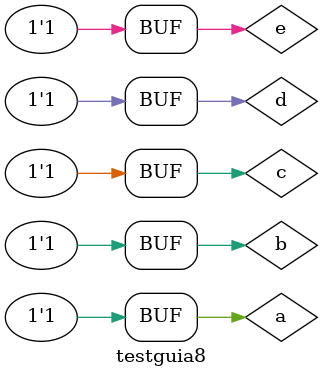
<source format=v>

module metodoreduzirquine ( saida,a,b,c,d,e );

output saida;
input a,b,c,d,e;
wire temp1,temp2,temp3,temp4,temp5,temp6,temp7,temp8,temp9,temp10,temp11;

not NOT1 (temp1,a);
not NOT2 (temp2,c);
not NOT3 (temp3,d);
and AND1 (temp4,temp1,temp2,temp3);
and AND2 (temp5,a,c,temp3);
not NOT5 (temp6,b);
and AND3 (temp7,temp6,e);
and AND4 (temp8,c,e);
not NOT6 (temp9,b);
not NOT7 (temp10,c);
and AND5 (temp11,a,temp9,temp10,d);
or OR1 (saida,temp4,temp5,temp7,temp8,temp11);

endmodule

module testguia8;
reg a,b,c,d,e;
wire saida;

metodoreduzirquine  REDUZIRQUINE ( saida,a,b,c,d,e );

initial begin:start
        a=0; b=0; c=0; d=0; e=0;
end

initial begin: main
#1 $display (" Circuito do exercicio 03-guia8 ");
#1 $display (" a |  b |  c |  d  |  e =  saida ");
  $monitor (" %b  | %b  | %b |  %b |  %b =   %b ",a,b,c,d,e,saida);
           #1 a=0;  b=0;    c=0;   d=0;   e=1;
			  #1 a=0;  b=0;    c=0;   d=1;   e=0;
			  #1 a=0;  b=0;    c=0;   d=1;   e=1;
			  #1 a=0;  b=0;    c=1;   d=0;   e=0;
			  #1 a=0;  b=0;    c=1;   d=0;   e=1;
			  #1 a=0;  b=0;    c=1;   d=1;   e=0;
			  #1 a=0;  b=0;    c=1;   d=1;   e=1;
			  #1 a=0;  b=1;    c=0;   d=0;   e=0;
			  #1 a=0;  b=1;    c=0;   d=0;   e=1;
			  #1 a=0;  b=1;    c=0;   d=1;   e=0;
			  #1 a=0;  b=1;    c=0;   d=1;   e=1;
			  #1 a=0;  b=1;    c=1;   d=0;   e=0;
			  #1 a=0;  b=1;    c=1;   d=0;   e=1;
			  #1 a=0;  b=1;    c=1;   d=1;   e=0;
			  #1 a=0;  b=1;    c=1;   d=1;   e=1;
			  
			  #1 a=1;  b=0;    c=0;   d=0;   e=0;
			  #1 a=1;  b=0;    c=0;   d=0;   e=1;
			  #1 a=1;  b=0;    c=0;   d=1;   e=0;
			  #1 a=1;  b=0;    c=0;   d=1;   e=1;
			  #1 a=1;  b=0;    c=1;   d=0;   e=0;
			  #1 a=1;  b=0;    c=1;   d=0;   e=1;
			  #1 a=1;  b=0;    c=1;   d=1;   e=0;
			  #1 a=1;  b=0;    c=1;   d=1;   e=1;
			  #1 a=1;  b=1;    c=0;   d=0;   e=0;
			  #1 a=1;  b=1;    c=0;   d=0;   e=1;
			  #1 a=1;  b=1;    c=0;   d=1;   e=0;
			  #1 a=1;  b=1;    c=0;   d=1;   e=1;
			  #1 a=1;  b=1;    c=1;   d=0;   e=0;
			  #1 a=1;  b=1;    c=1;   d=0;   e=1;
			  #1 a=1;  b=1;    c=1;   d=1;   e=0;
			  #1 a=1;  b=1;    c=1;   d=1;   e=1;
			  
			  
end
endmodule

</source>
